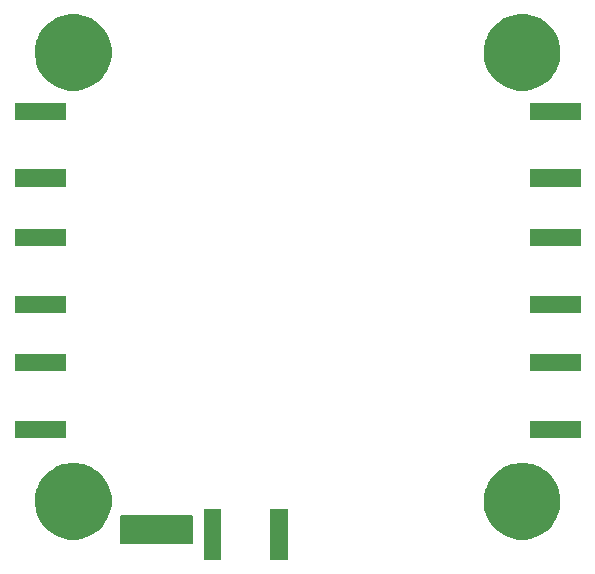
<source format=gbs>
G04 #@! TF.GenerationSoftware,KiCad,Pcbnew,(5.0.2)-1*
G04 #@! TF.CreationDate,2019-01-06T11:51:24+11:00*
G04 #@! TF.ProjectId,ADC-15-4_Dev_Rev_1,4144432d-3135-42d3-945f-4465765f5265,1*
G04 #@! TF.SameCoordinates,Original*
G04 #@! TF.FileFunction,Soldermask,Bot*
G04 #@! TF.FilePolarity,Negative*
%FSLAX46Y46*%
G04 Gerber Fmt 4.6, Leading zero omitted, Abs format (unit mm)*
G04 Created by KiCad (PCBNEW (5.0.2)-1) date 6/01/2019 11:51:24*
%MOMM*%
%LPD*%
G01*
G04 APERTURE LIST*
%ADD10C,0.150000*%
%ADD11C,0.100000*%
G04 APERTURE END LIST*
D10*
G04 #@! TO.C,REF\002A\002A*
G36*
X206050000Y-99250000D02*
X212050000Y-99250000D01*
X212050000Y-101500000D01*
X206050000Y-101500000D01*
X206050000Y-99250000D01*
G37*
X206050000Y-99250000D02*
X212050000Y-99250000D01*
X212050000Y-101500000D01*
X206050000Y-101500000D01*
X206050000Y-99250000D01*
D11*
G36*
X220151000Y-102951000D02*
X218699000Y-102951000D01*
X218699000Y-98649000D01*
X220151000Y-98649000D01*
X220151000Y-102951000D01*
X220151000Y-102951000D01*
G37*
G36*
X214501000Y-102951000D02*
X213049000Y-102951000D01*
X213049000Y-98649000D01*
X214501000Y-98649000D01*
X214501000Y-102951000D01*
X214501000Y-102951000D01*
G37*
G36*
X240634239Y-94811467D02*
X240948282Y-94873934D01*
X241539926Y-95119001D01*
X241829523Y-95312504D01*
X242072395Y-95474786D01*
X242525214Y-95927605D01*
X242525216Y-95927608D01*
X242880999Y-96460074D01*
X243002724Y-96753944D01*
X243126066Y-97051719D01*
X243251000Y-97679803D01*
X243251000Y-98320197D01*
X243188533Y-98634239D01*
X243126066Y-98948282D01*
X242880999Y-99539926D01*
X242633265Y-99910685D01*
X242525214Y-100072395D01*
X242072395Y-100525214D01*
X242072392Y-100525216D01*
X241539926Y-100880999D01*
X240948282Y-101126066D01*
X240634239Y-101188533D01*
X240320197Y-101251000D01*
X239679803Y-101251000D01*
X239365761Y-101188533D01*
X239051718Y-101126066D01*
X238460074Y-100880999D01*
X237927608Y-100525216D01*
X237927605Y-100525214D01*
X237474786Y-100072395D01*
X237366735Y-99910685D01*
X237119001Y-99539926D01*
X236873934Y-98948282D01*
X236811467Y-98634239D01*
X236749000Y-98320197D01*
X236749000Y-97679803D01*
X236873934Y-97051719D01*
X236997276Y-96753944D01*
X237119001Y-96460074D01*
X237474784Y-95927608D01*
X237474786Y-95927605D01*
X237927605Y-95474786D01*
X238170477Y-95312504D01*
X238460074Y-95119001D01*
X239051718Y-94873934D01*
X239365761Y-94811467D01*
X239679803Y-94749000D01*
X240320197Y-94749000D01*
X240634239Y-94811467D01*
X240634239Y-94811467D01*
G37*
G36*
X202634239Y-94811467D02*
X202948282Y-94873934D01*
X203539926Y-95119001D01*
X203829523Y-95312504D01*
X204072395Y-95474786D01*
X204525214Y-95927605D01*
X204525216Y-95927608D01*
X204880999Y-96460074D01*
X205002724Y-96753944D01*
X205126066Y-97051719D01*
X205251000Y-97679803D01*
X205251000Y-98320197D01*
X205188533Y-98634239D01*
X205126066Y-98948282D01*
X204880999Y-99539926D01*
X204633265Y-99910685D01*
X204525214Y-100072395D01*
X204072395Y-100525214D01*
X204072392Y-100525216D01*
X203539926Y-100880999D01*
X202948282Y-101126066D01*
X202634239Y-101188533D01*
X202320197Y-101251000D01*
X201679803Y-101251000D01*
X201365761Y-101188533D01*
X201051718Y-101126066D01*
X200460074Y-100880999D01*
X199927608Y-100525216D01*
X199927605Y-100525214D01*
X199474786Y-100072395D01*
X199366735Y-99910685D01*
X199119001Y-99539926D01*
X198873934Y-98948282D01*
X198811467Y-98634239D01*
X198749000Y-98320197D01*
X198749000Y-97679803D01*
X198873934Y-97051719D01*
X198997276Y-96753944D01*
X199119001Y-96460074D01*
X199474784Y-95927608D01*
X199474786Y-95927605D01*
X199927605Y-95474786D01*
X200170477Y-95312504D01*
X200460074Y-95119001D01*
X201051718Y-94873934D01*
X201365761Y-94811467D01*
X201679803Y-94749000D01*
X202320197Y-94749000D01*
X202634239Y-94811467D01*
X202634239Y-94811467D01*
G37*
G36*
X244951000Y-92651000D02*
X240649000Y-92651000D01*
X240649000Y-91199000D01*
X244951000Y-91199000D01*
X244951000Y-92651000D01*
X244951000Y-92651000D01*
G37*
G36*
X201351000Y-92651000D02*
X197049000Y-92651000D01*
X197049000Y-91199000D01*
X201351000Y-91199000D01*
X201351000Y-92651000D01*
X201351000Y-92651000D01*
G37*
G36*
X201351000Y-87001000D02*
X197049000Y-87001000D01*
X197049000Y-85549000D01*
X201351000Y-85549000D01*
X201351000Y-87001000D01*
X201351000Y-87001000D01*
G37*
G36*
X244951000Y-87001000D02*
X240649000Y-87001000D01*
X240649000Y-85549000D01*
X244951000Y-85549000D01*
X244951000Y-87001000D01*
X244951000Y-87001000D01*
G37*
G36*
X244951000Y-82051000D02*
X240649000Y-82051000D01*
X240649000Y-80599000D01*
X244951000Y-80599000D01*
X244951000Y-82051000D01*
X244951000Y-82051000D01*
G37*
G36*
X201351000Y-82051000D02*
X197049000Y-82051000D01*
X197049000Y-80599000D01*
X201351000Y-80599000D01*
X201351000Y-82051000D01*
X201351000Y-82051000D01*
G37*
G36*
X244951000Y-76401000D02*
X240649000Y-76401000D01*
X240649000Y-74949000D01*
X244951000Y-74949000D01*
X244951000Y-76401000D01*
X244951000Y-76401000D01*
G37*
G36*
X201351000Y-76401000D02*
X197049000Y-76401000D01*
X197049000Y-74949000D01*
X201351000Y-74949000D01*
X201351000Y-76401000D01*
X201351000Y-76401000D01*
G37*
G36*
X244951000Y-71351000D02*
X240649000Y-71351000D01*
X240649000Y-69899000D01*
X244951000Y-69899000D01*
X244951000Y-71351000D01*
X244951000Y-71351000D01*
G37*
G36*
X201351000Y-71351000D02*
X197049000Y-71351000D01*
X197049000Y-69899000D01*
X201351000Y-69899000D01*
X201351000Y-71351000D01*
X201351000Y-71351000D01*
G37*
G36*
X244951000Y-65701000D02*
X240649000Y-65701000D01*
X240649000Y-64249000D01*
X244951000Y-64249000D01*
X244951000Y-65701000D01*
X244951000Y-65701000D01*
G37*
G36*
X201351000Y-65701000D02*
X197049000Y-65701000D01*
X197049000Y-64249000D01*
X201351000Y-64249000D01*
X201351000Y-65701000D01*
X201351000Y-65701000D01*
G37*
G36*
X240634239Y-56811467D02*
X240948282Y-56873934D01*
X241539926Y-57119001D01*
X241829523Y-57312504D01*
X242072395Y-57474786D01*
X242525214Y-57927605D01*
X242525216Y-57927608D01*
X242880999Y-58460074D01*
X243002724Y-58753944D01*
X243126066Y-59051719D01*
X243251000Y-59679803D01*
X243251000Y-60320197D01*
X243188533Y-60634239D01*
X243126066Y-60948282D01*
X242880999Y-61539926D01*
X242633265Y-61910685D01*
X242525214Y-62072395D01*
X242072395Y-62525214D01*
X242072392Y-62525216D01*
X241539926Y-62880999D01*
X240948282Y-63126066D01*
X240634239Y-63188533D01*
X240320197Y-63251000D01*
X239679803Y-63251000D01*
X239365761Y-63188533D01*
X239051718Y-63126066D01*
X238460074Y-62880999D01*
X237927608Y-62525216D01*
X237927605Y-62525214D01*
X237474786Y-62072395D01*
X237366735Y-61910685D01*
X237119001Y-61539926D01*
X236873934Y-60948282D01*
X236811467Y-60634239D01*
X236749000Y-60320197D01*
X236749000Y-59679803D01*
X236873934Y-59051719D01*
X236997276Y-58753944D01*
X237119001Y-58460074D01*
X237474784Y-57927608D01*
X237474786Y-57927605D01*
X237927605Y-57474786D01*
X238170477Y-57312504D01*
X238460074Y-57119001D01*
X239051718Y-56873934D01*
X239365761Y-56811467D01*
X239679803Y-56749000D01*
X240320197Y-56749000D01*
X240634239Y-56811467D01*
X240634239Y-56811467D01*
G37*
G36*
X202634239Y-56811467D02*
X202948282Y-56873934D01*
X203539926Y-57119001D01*
X203829523Y-57312504D01*
X204072395Y-57474786D01*
X204525214Y-57927605D01*
X204525216Y-57927608D01*
X204880999Y-58460074D01*
X205002724Y-58753944D01*
X205126066Y-59051719D01*
X205251000Y-59679803D01*
X205251000Y-60320197D01*
X205188533Y-60634239D01*
X205126066Y-60948282D01*
X204880999Y-61539926D01*
X204633265Y-61910685D01*
X204525214Y-62072395D01*
X204072395Y-62525214D01*
X204072392Y-62525216D01*
X203539926Y-62880999D01*
X202948282Y-63126066D01*
X202634239Y-63188533D01*
X202320197Y-63251000D01*
X201679803Y-63251000D01*
X201365761Y-63188533D01*
X201051718Y-63126066D01*
X200460074Y-62880999D01*
X199927608Y-62525216D01*
X199927605Y-62525214D01*
X199474786Y-62072395D01*
X199366735Y-61910685D01*
X199119001Y-61539926D01*
X198873934Y-60948282D01*
X198811467Y-60634239D01*
X198749000Y-60320197D01*
X198749000Y-59679803D01*
X198873934Y-59051719D01*
X198997276Y-58753944D01*
X199119001Y-58460074D01*
X199474784Y-57927608D01*
X199474786Y-57927605D01*
X199927605Y-57474786D01*
X200170477Y-57312504D01*
X200460074Y-57119001D01*
X201051718Y-56873934D01*
X201365761Y-56811467D01*
X201679803Y-56749000D01*
X202320197Y-56749000D01*
X202634239Y-56811467D01*
X202634239Y-56811467D01*
G37*
M02*

</source>
